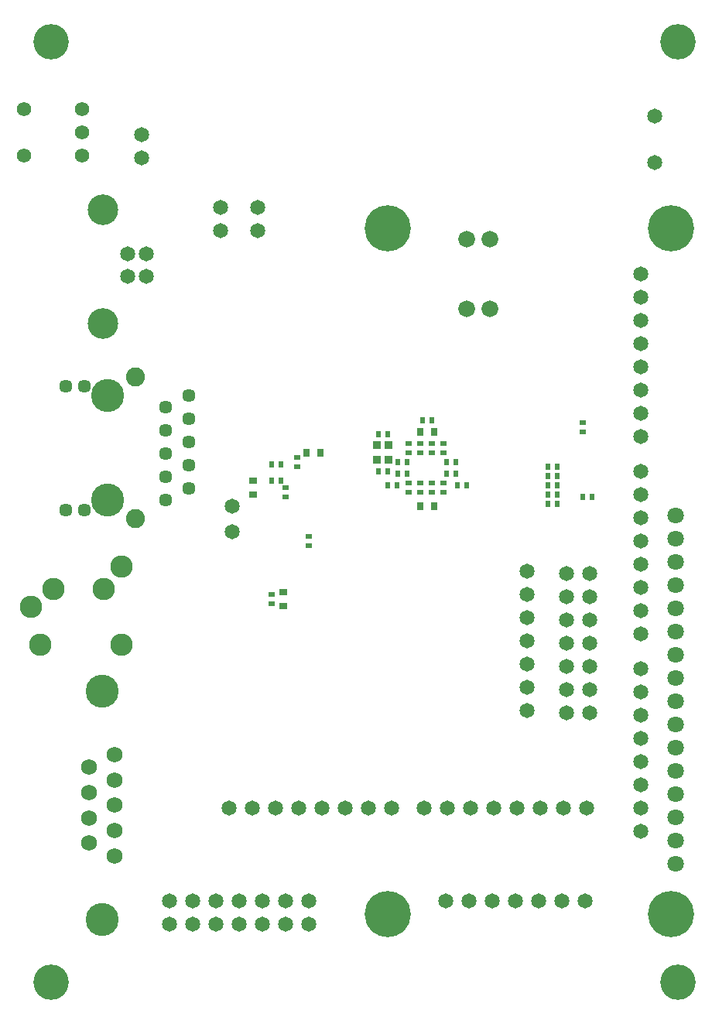
<source format=gbs>
G04 (created by PCBNEW-RS274X (2010-03-14)-final) date Wed 26 Oct 2011 11:50:54 AM EDT*
G01*
G70*
G90*
%MOIN*%
G04 Gerber Fmt 3.4, Leading zero omitted, Abs format*
%FSLAX34Y34*%
G04 APERTURE LIST*
%ADD10C,0.001000*%
%ADD11R,0.025600X0.021700*%
%ADD12R,0.021700X0.025600*%
%ADD13R,0.037400X0.025600*%
%ADD14R,0.025600X0.037400*%
%ADD15C,0.152000*%
%ADD16C,0.065000*%
%ADD17R,0.033500X0.037400*%
%ADD18C,0.131900*%
%ADD19C,0.062000*%
%ADD20C,0.096500*%
%ADD21C,0.142000*%
%ADD22C,0.068900*%
%ADD23C,0.070900*%
%ADD24C,0.198900*%
%ADD25C,0.082000*%
%ADD26C,0.057000*%
%ADD27C,0.072000*%
G04 APERTURE END LIST*
G54D10*
G54D11*
X00500Y-15303D03*
X00500Y-15697D03*
X02100Y-13197D03*
X02100Y-12803D03*
X06900Y-09197D03*
X06900Y-08803D03*
G54D12*
X06347Y-09600D03*
X05953Y-09600D03*
X07003Y-07800D03*
X07397Y-07800D03*
G54D11*
X01600Y-09797D03*
X01600Y-09403D03*
X01100Y-10703D03*
X01100Y-11097D03*
G54D12*
X00897Y-09700D03*
X00503Y-09700D03*
X12797Y-09800D03*
X12403Y-09800D03*
X12403Y-11000D03*
X12797Y-11000D03*
X13903Y-11100D03*
X14297Y-11100D03*
X12797Y-11400D03*
X12403Y-11400D03*
G54D11*
X13900Y-08297D03*
X13900Y-07903D03*
G54D12*
X12797Y-10600D03*
X12403Y-10600D03*
X05497Y-10000D03*
X05103Y-10000D03*
X05497Y-08400D03*
X05103Y-08400D03*
X00897Y-10400D03*
X00503Y-10400D03*
G54D11*
X07400Y-09197D03*
X07400Y-08803D03*
X07900Y-09197D03*
X07900Y-08803D03*
X06400Y-09197D03*
X06400Y-08803D03*
X07900Y-10503D03*
X07900Y-10897D03*
G54D12*
X08897Y-10600D03*
X08503Y-10600D03*
X05503Y-10600D03*
X05897Y-10600D03*
G54D11*
X07400Y-10503D03*
X07400Y-10897D03*
X06900Y-10503D03*
X06900Y-10897D03*
X06400Y-10503D03*
X06400Y-10897D03*
G54D12*
X08053Y-10100D03*
X08447Y-10100D03*
X06347Y-10100D03*
X05953Y-10100D03*
X12403Y-10200D03*
X12797Y-10200D03*
X08053Y-09600D03*
X08447Y-09600D03*
G54D13*
X01000Y-15795D03*
X01000Y-15205D03*
G54D14*
X07495Y-08300D03*
X06905Y-08300D03*
X02005Y-09200D03*
X02595Y-09200D03*
G54D13*
X-00300Y-10405D03*
X-00300Y-10995D03*
G54D14*
X06905Y-11500D03*
X07495Y-11500D03*
G54D15*
X18000Y-32000D03*
X-09000Y08500D03*
X18000Y08500D03*
X-09000Y-32000D03*
G54D16*
X-05100Y03500D03*
X-05100Y04500D03*
X-01699Y01364D03*
X-01699Y00364D03*
X-00099Y01364D03*
X-00099Y00364D03*
X11500Y-14300D03*
X11500Y-15300D03*
X11500Y-16300D03*
X11500Y-17300D03*
X11500Y-18300D03*
X11500Y-19300D03*
X11500Y-20300D03*
X14200Y-20400D03*
X13200Y-20400D03*
X14200Y-19400D03*
X13200Y-19400D03*
X14200Y-18400D03*
X13200Y-18400D03*
X14200Y-17400D03*
X13200Y-17400D03*
X14200Y-16400D03*
X13200Y-16400D03*
X14200Y-15400D03*
X13200Y-15400D03*
X14200Y-14400D03*
X13200Y-14400D03*
X16400Y-01500D03*
X16400Y-02500D03*
X16400Y-04500D03*
X16400Y-05500D03*
X16400Y-06500D03*
X16400Y-07500D03*
X16400Y-08500D03*
X16400Y-03500D03*
X16400Y-10000D03*
X16400Y-11000D03*
X16400Y-13000D03*
X16400Y-14000D03*
X16400Y-15000D03*
X16400Y-16000D03*
X16400Y-17000D03*
X16400Y-12000D03*
X16400Y-18500D03*
X16400Y-19500D03*
X16400Y-21500D03*
X16400Y-22500D03*
X16400Y-23500D03*
X16400Y-24500D03*
X16400Y-25500D03*
X16400Y-20500D03*
G54D17*
X05054Y-09525D03*
X05054Y-08875D03*
X05546Y-08875D03*
X05546Y-09525D03*
G54D18*
X-06760Y01241D03*
X-06760Y-03641D03*
G54D16*
X-05693Y-00637D03*
X-04906Y-00637D03*
X-04906Y-01621D03*
X-05693Y-01621D03*
G54D19*
X-07650Y03600D03*
X-07650Y04600D03*
X-07650Y05600D03*
X-10150Y05600D03*
X-10150Y03600D03*
G54D20*
X-09849Y-15859D03*
X-08904Y-15072D03*
X-06739Y-15072D03*
X-05951Y-14107D03*
X-05951Y-17493D03*
X-09455Y-17493D03*
G54D16*
X03690Y-24510D03*
X04690Y-24510D03*
X05690Y-24510D03*
X02690Y-24510D03*
X01690Y-24510D03*
X00690Y-24510D03*
X-00310Y-24510D03*
X-01310Y-24510D03*
X14083Y-24496D03*
X13083Y-24496D03*
X12083Y-24496D03*
X11083Y-24496D03*
X10083Y-24496D03*
X09083Y-24496D03*
X08083Y-24496D03*
X07083Y-24496D03*
G54D21*
X-06800Y-19480D03*
G54D22*
X-06241Y-22206D03*
X-06241Y-23297D03*
X-06241Y-24387D03*
X-06241Y-25478D03*
X-06241Y-26569D03*
X-07359Y-22752D03*
X-07359Y-23842D03*
X-07359Y-24933D03*
X-07359Y-26023D03*
G54D21*
X-06800Y-29319D03*
G54D23*
X17900Y-26898D03*
X17900Y-25898D03*
X17900Y-24898D03*
X17900Y-23898D03*
X17900Y-22898D03*
X17900Y-21898D03*
X17900Y-20898D03*
X17900Y-19898D03*
X17900Y-18898D03*
X17900Y-17898D03*
X17900Y-16898D03*
X17900Y-15898D03*
X17900Y-14898D03*
X17900Y-13898D03*
X17900Y-12898D03*
X17900Y-11898D03*
G54D24*
X17703Y-29063D03*
X05498Y-29063D03*
X05498Y00464D03*
X17703Y00464D03*
G54D16*
X02100Y-28500D03*
X02100Y-29500D03*
X01100Y-28500D03*
X01100Y-29500D03*
X00100Y-28500D03*
X00100Y-29500D03*
X-00900Y-28500D03*
X-00900Y-29500D03*
X-01900Y-28500D03*
X-01900Y-29500D03*
X-02900Y-28500D03*
X-02900Y-29500D03*
X-03900Y-28500D03*
X-03900Y-29500D03*
X08000Y-28500D03*
X09000Y-28500D03*
X10000Y-28500D03*
X11000Y-28500D03*
X12000Y-28500D03*
X13000Y-28500D03*
X14000Y-28500D03*
G54D21*
X-06550Y-06750D03*
X-06550Y-11250D03*
G54D25*
X-05350Y-05950D03*
X-05350Y-12050D03*
G54D26*
X-07550Y-06330D03*
X-08350Y-06330D03*
X-07550Y-11670D03*
X-08350Y-11670D03*
X-03050Y-06750D03*
X-04050Y-07250D03*
X-03050Y-07750D03*
X-04050Y-08250D03*
X-03050Y-08750D03*
X-04050Y-09250D03*
X-03050Y-09750D03*
X-04050Y-10250D03*
X-03050Y-10750D03*
X-04050Y-11250D03*
G54D27*
X08900Y-03000D03*
X09900Y-03000D03*
X09900Y00000D03*
X08900Y00000D03*
G54D16*
X17000Y05300D03*
X17000Y03300D03*
X-01200Y-11500D03*
X-01200Y-12600D03*
M02*

</source>
